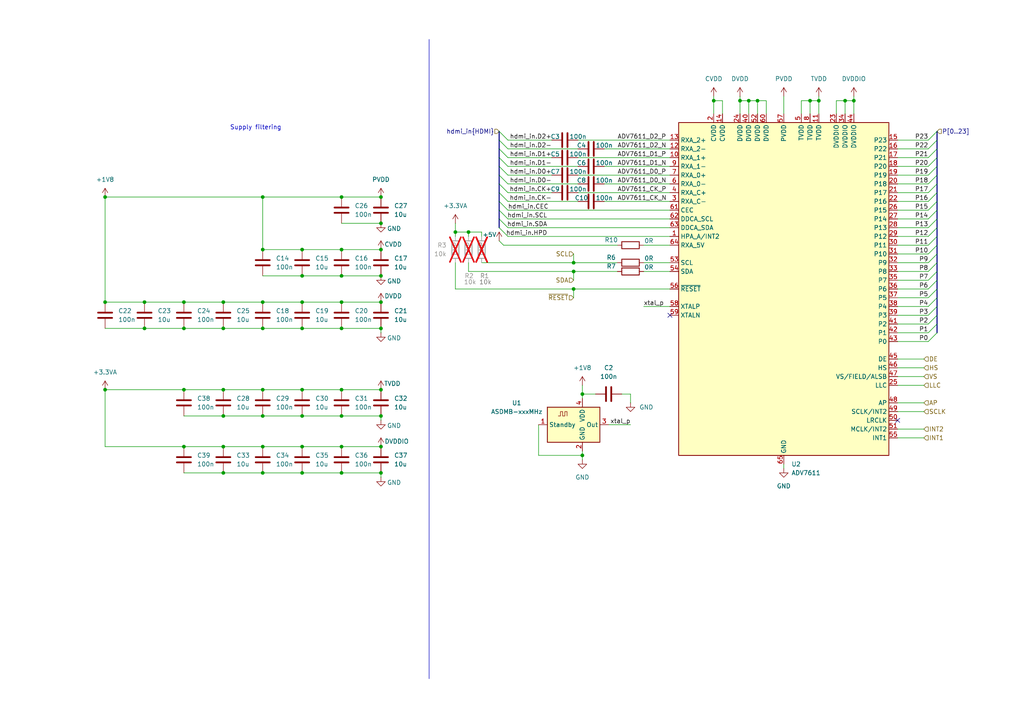
<source format=kicad_sch>
(kicad_sch (version 20231120) (generator "eeschema") (generator_version "8.0")
  (paper "A4")
  (lib_symbols
    (symbol "Device:C" (pin_numbers hide) (pin_names (offset 0.254))
      (property "Reference" "C" (at 0.635 2.54 0))
      (property "Value" "C" (at 0.635 -2.54 0))
      (symbol "C_0_1"
        (polyline (pts (xy -2.032 -0.762) (xy 2.032 -0.762)) (stroke (width 0.508)))
        (polyline (pts (xy -2.032 0.762) (xy 2.032 0.762)) (stroke (width 0.508)))
      )
      (symbol "C_1_1"
        (pin passive line (at 0 3.81 270) (length 2.794) (name "~") (number "1"))
        (pin passive line (at 0 -3.81 90) (length 2.794) (name "~") (number "2"))
      )
    )
    (symbol "Device:R" (pin_numbers hide) (pin_names (offset 0))
      (property "Reference" "R" (at 2.032 0 90))
      (property "Value" "R" (at 0 0 90))
      (symbol "R_0_1"
        (rectangle (start -1.016 -2.54) (end 1.016 2.54) (stroke (width 0.254)))
      )
      (symbol "R_1_1"
        (pin passive line (at 0 3.81 270) (length 1.27) (name "~") (number "1"))
        (pin passive line (at 0 -3.81 90) (length 1.27) (name "~") (number "2"))
      )
    )
    (symbol "Interface_HDMI:ADV7611"
      (property "Reference" "U" (at -30.48 49.53 0))
      (property "Value" "ADV7611" (at 30.48 49.53 0))
      (symbol "ADV7611_0_1"
        (rectangle (start -30.48 48.26) (end 30.48 -48.26) (stroke (width 0.254)) (fill (type background)))
      )
      (symbol "ADV7611_1_1"
        (pin bidirectional line (at -33.02 15.24 0) (length 2.54) (name "HPA_A/INT2") (number "1"))
        (pin input line (at -33.02 38.1 0) (length 2.54) (name "RXA_1+") (number "10"))
        (pin power_in line (at 10.16 50.8 270) (length 2.54) (name "TVDD") (number "11"))
        (pin input line (at -33.02 40.64 0) (length 2.54) (name "RXA_2-") (number "12"))
        (pin input line (at -33.02 43.18 0) (length 2.54) (name "RXA_2+") (number "13"))
        (pin power_in line (at -17.78 50.8 270) (length 2.54) (name "CVDD") (number "14"))
        (pin output line (at 33.02 43.18 180) (length 2.54) (name "P23") (number "15"))
        (pin output line (at 33.02 40.64 180) (length 2.54) (name "P22") (number "16"))
        (pin output line (at 33.02 38.1 180) (length 2.54) (name "P21") (number "17"))
        (pin output line (at 33.02 35.56 180) (length 2.54) (name "P20") (number "18"))
        (pin output line (at 33.02 33.02 180) (length 2.54) (name "P19") (number "19"))
        (pin power_in line (at -20.32 50.8 270) (length 2.54) (name "CVDD") (number "2"))
        (pin output line (at 33.02 30.48 180) (length 2.54) (name "P18") (number "20"))
        (pin output line (at 33.02 27.94 180) (length 2.54) (name "P17") (number "21"))
        (pin output line (at 33.02 25.4 180) (length 2.54) (name "P16") (number "22"))
        (pin power_in line (at 15.24 50.8 270) (length 2.54) (name "DVDDIO") (number "23"))
        (pin power_in line (at -12.7 50.8 270) (length 2.54) (name "DVDD") (number "24"))
        (pin output line (at 33.02 -27.94 180) (length 2.54) (name "LLC") (number "25"))
        (pin output line (at 33.02 22.86 180) (length 2.54) (name "P15") (number "26"))
        (pin output line (at 33.02 20.32 180) (length 2.54) (name "P14") (number "27"))
        (pin output line (at 33.02 17.78 180) (length 2.54) (name "P13") (number "28"))
        (pin output line (at 33.02 15.24 180) (length 2.54) (name "P12") (number "29"))
        (pin input line (at -33.02 25.4 0) (length 2.54) (name "RXA_C-") (number "3"))
        (pin output line (at 33.02 12.7 180) (length 2.54) (name "P11") (number "30"))
        (pin output line (at 33.02 10.16 180) (length 2.54) (name "P10") (number "31"))
        (pin output line (at 33.02 7.62 180) (length 2.54) (name "P9") (number "32"))
        (pin output line (at 33.02 5.08 180) (length 2.54) (name "P8") (number "33"))
        (pin power_in line (at 17.78 50.8 270) (length 2.54) (name "DVDDIO") (number "34"))
        (pin output line (at 33.02 2.54 180) (length 2.54) (name "P7") (number "35"))
        (pin output line (at 33.02 0 180) (length 2.54) (name "P6") (number "36"))
        (pin output line (at 33.02 -2.54 180) (length 2.54) (name "P5") (number "37"))
        (pin output line (at 33.02 -5.08 180) (length 2.54) (name "P4") (number "38"))
        (pin output line (at 33.02 -7.62 180) (length 2.54) (name "P3") (number "39"))
        (pin input line (at -33.02 27.94 0) (length 2.54) (name "RXA_C+") (number "4"))
        (pin power_in line (at -10.16 50.8 270) (length 2.54) (name "DVDD") (number "40"))
        (pin output line (at 33.02 -10.16 180) (length 2.54) (name "P2") (number "41"))
        (pin output line (at 33.02 -12.7 180) (length 2.54) (name "P1") (number "42"))
        (pin output line (at 33.02 -15.24 180) (length 2.54) (name "P0") (number "43"))
        (pin power_in line (at 20.32 50.8 270) (length 2.54) (name "DVDDIO") (number "44"))
        (pin output line (at 33.02 -20.32 180) (length 2.54) (name "DE") (number "45"))
        (pin output line (at 33.02 -22.86 180) (length 2.54) (name "HS") (number "46"))
        (pin bidirectional line (at 33.02 -25.4 180) (length 2.54) (name "VS/FIELD/ALSB") (number "47"))
        (pin output line (at 33.02 -33.02 180) (length 2.54) (name "AP") (number "48"))
        (pin output line (at 33.02 -35.56 180) (length 2.54) (name "SCLK/INT2") (number "49"))
        (pin power_in line (at 5.08 50.8 270) (length 2.54) (name "TVDD") (number "5"))
        (pin output line (at 33.02 -38.1 180) (length 2.54) (name "LRCLK") (number "50"))
        (pin output line (at 33.02 -40.64 180) (length 2.54) (name "MCLK/INT2") (number "51"))
        (pin power_in line (at -7.62 50.8 270) (length 2.54) (name "DVDD") (number "52"))
        (pin input line (at -33.02 7.62 0) (length 2.54) (name "SCL") (number "53"))
        (pin bidirectional line (at -33.02 5.08 0) (length 2.54) (name "SDA") (number "54"))
        (pin output line (at 33.02 -43.18 180) (length 2.54) (name "INT1") (number "55"))
        (pin input line (at -33.02 0 0) (length 2.54) (name "~{RESET}") (number "56"))
        (pin power_in line (at 0 50.8 270) (length 2.54) (name "PVDD") (number "57"))
        (pin input line (at -33.02 -5.08 0) (length 2.54) (name "XTALP") (number "58"))
        (pin input line (at -33.02 -7.62 0) (length 2.54) (name "XTALN") (number "59"))
        (pin input line (at -33.02 30.48 0) (length 2.54) (name "RXA_0-") (number "6"))
        (pin power_in line (at -5.08 50.8 270) (length 2.54) (name "DVDD") (number "60"))
        (pin bidirectional line (at -33.02 22.86 0) (length 2.54) (name "CEC") (number "61"))
        (pin input line (at -33.02 20.32 0) (length 2.54) (name "DDCA_SCL") (number "62"))
        (pin bidirectional line (at -33.02 17.78 0) (length 2.54) (name "DDCA_SDA") (number "63"))
        (pin input line (at -33.02 12.7 0) (length 2.54) (name "RXA_5V") (number "64"))
        (pin power_in line (at 0 -50.8 90) (length 2.54) (name "GND") (number "65"))
        (pin input line (at -33.02 33.02 0) (length 2.54) (name "RXA_0+") (number "7"))
        (pin power_in line (at 7.62 50.8 270) (length 2.54) (name "TVDD") (number "8"))
        (pin input line (at -33.02 35.56 0) (length 2.54) (name "RXA_1-") (number "9"))
      )
    )
    (symbol "Oscillator:ASDMB-xxxMHz"
      (property "Reference" "U" (at -6.35 6.35 0))
      (property "Value" "ASDMB-xxxMHz" (at 11.43 6.35 0))
      (symbol "ASDMB-xxxMHz_1_1"
        (rectangle (start -7.62 5.08) (end 7.62 -5.08) (stroke (width 0.254)) (fill (type background)))
        (polyline (pts (xy -4.445 2.54) (xy -3.81 2.54) (xy -3.81 3.81) (xy -3.175 3.81) (xy -3.175 2.54) (xy -2.54 2.54) (xy -2.54 3.81) (xy -1.905 3.81) (xy -1.905 2.54)))
        (pin input line (at -10.16 0 0) (length 2.54) (name "Standby") (number "1"))
        (pin power_in line (at 2.54 -7.62 90) (length 2.54) (name "GND") (number "2"))
        (pin output line (at 10.16 0 180) (length 2.54) (name "Out") (number "3"))
        (pin power_in line (at 2.54 7.62 270) (length 2.54) (name "VDD") (number "4"))
      )
    )
    (symbol "power:+1V8" (power) (pin_numbers hide) (pin_names (offset 0) hide)
      (property "Value" "+1V8" (at 0 3.556 0))
      (symbol "+1V8_0_1"
        (polyline (pts (xy -0.762 1.27) (xy 0 2.54)))
        (polyline (pts (xy 0 0) (xy 0 2.54)))
        (polyline (pts (xy 0 2.54) (xy 0.762 1.27)))
      )
      (symbol "+1V8_1_1"
        (pin power_in line (at 0 0 90) (length 0) (name "~") (number "1"))
      )
    )
    (symbol "power:+3.3VA" (power) (pin_numbers hide) (pin_names (offset 0) hide)
      (property "Value" "+3.3VA" (at 0 3.556 0))
      (symbol "+3.3VA_0_1"
        (polyline (pts (xy -0.762 1.27) (xy 0 2.54)))
        (polyline (pts (xy 0 0) (xy 0 2.54)))
        (polyline (pts (xy 0 2.54) (xy 0.762 1.27)))
      )
      (symbol "+3.3VA_1_1"
        (pin power_in line (at 0 0 90) (length 0) (name "~") (number "1"))
      )
    )
    (symbol "power:+5V" (power) (pin_numbers hide) (pin_names (offset 0) hide)
      (property "Value" "+5V" (at 0 3.556 0))
      (symbol "+5V_0_1"
        (polyline (pts (xy -0.762 1.27) (xy 0 2.54)))
        (polyline (pts (xy 0 0) (xy 0 2.54)))
        (polyline (pts (xy 0 2.54) (xy 0.762 1.27)))
      )
      (symbol "+5V_1_1"
        (pin power_in line (at 0 0 90) (length 0) (name "~") (number "1"))
      )
    )
    (symbol "power:GND" (power) (pin_numbers hide) (pin_names (offset 0) hide)
      (property "Value" "GND" (at 0 -3.81 0))
      (symbol "GND_0_1"
        (polyline (pts (xy 0 0) (xy 0 -1.27) (xy 1.27 -1.27) (xy 0 -2.54) (xy -1.27 -1.27) (xy 0 -1.27)))
      )
      (symbol "GND_1_1"
        (pin power_in line (at 0 0 270) (length 0) (name "~") (number "1"))
      )
    )
  )
  (junction (at 87.63 137.16))
  (junction (at 110.49 57.15))
  (junction (at 41.91 87.63))
  (junction (at 76.2 120.65))
  (junction (at 110.49 113.03))
  (junction (at 87.63 113.03))
  (junction (at 87.63 95.25))
  (junction (at 41.91 95.25))
  (junction (at 166.37 76.2))
  (junction (at 245.11 29.21))
  (junction (at 132.08 67.31))
  (junction (at 110.49 64.77))
  (junction (at 207.01 29.21))
  (junction (at 30.48 57.15))
  (junction (at 168.91 114.3))
  (junction (at 166.37 83.82))
  (junction (at 64.77 95.25))
  (junction (at 166.37 78.74))
  (junction (at 110.49 137.16))
  (junction (at 99.06 113.03))
  (junction (at 30.48 113.03))
  (junction (at 168.91 132.08))
  (junction (at 99.06 72.39))
  (junction (at 99.06 80.01))
  (junction (at 99.06 95.25))
  (junction (at 64.77 129.54))
  (junction (at 30.48 87.63))
  (junction (at 76.2 87.63))
  (junction (at 87.63 120.65))
  (junction (at 110.49 129.54))
  (junction (at 214.63 29.21))
  (junction (at 234.95 29.21))
  (junction (at 76.2 129.54))
  (junction (at 64.77 120.65))
  (junction (at 53.34 113.03))
  (junction (at 76.2 95.25))
  (junction (at 64.77 137.16))
  (junction (at 53.34 95.25))
  (junction (at 237.49 29.21))
  (junction (at 87.63 80.01))
  (junction (at 99.06 120.65))
  (junction (at 76.2 113.03))
  (junction (at 53.34 129.54))
  (junction (at 99.06 57.15))
  (junction (at 217.17 29.21))
  (junction (at 64.77 113.03))
  (junction (at 87.63 129.54))
  (junction (at 76.2 72.39))
  (junction (at 247.65 29.21))
  (junction (at 110.49 87.63))
  (junction (at 110.49 72.39))
  (junction (at 110.49 95.25))
  (junction (at 99.06 87.63))
  (junction (at 110.49 80.01))
  (junction (at 76.2 137.16))
  (junction (at 99.06 129.54))
  (junction (at 135.89 67.31))
  (junction (at 64.77 87.63))
  (junction (at 53.34 87.63))
  (junction (at 76.2 57.15))
  (junction (at 219.71 29.21))
  (junction (at 87.63 72.39))
  (junction (at 87.63 87.63))
  (junction (at 99.06 137.16))
  (junction (at 110.49 120.65))
  (no_connect (at 194.31 91.44))
  (no_connect (at 260.35 121.92))
  (bus_entry (at 269.24 45.72) (size 2.54 -2.54))
  (bus_entry (at 144.78 50.8) (size 2.54 2.54))
  (bus_entry (at 269.24 93.98) (size 2.54 -2.54))
  (bus_entry (at 269.24 78.74) (size 2.54 -2.54))
  (bus_entry (at 269.24 68.58) (size 2.54 -2.54))
  (bus_entry (at 144.78 55.88) (size 2.54 2.54))
  (bus_entry (at 269.24 96.52) (size 2.54 -2.54))
  (bus_entry (at 269.24 53.34) (size 2.54 -2.54))
  (bus_entry (at 144.78 38.1) (size 2.54 2.54))
  (bus_entry (at 269.24 60.96) (size 2.54 -2.54))
  (bus_entry (at 269.24 48.26) (size 2.54 -2.54))
  (bus_entry (at 269.24 73.66) (size 2.54 -2.54))
  (bus_entry (at 144.78 45.72) (size 2.54 2.54))
  (bus_entry (at 269.24 43.18) (size 2.54 -2.54))
  (bus_entry (at 144.78 60.96) (size 2.54 2.54))
  (bus_entry (at 269.24 76.2) (size 2.54 -2.54))
  (bus_entry (at 144.78 43.18) (size 2.54 2.54))
  (bus_entry (at 144.78 66.04) (size 2.54 2.54))
  (bus_entry (at 269.24 50.8) (size 2.54 -2.54))
  (bus_entry (at 144.78 48.26) (size 2.54 2.54))
  (bus_entry (at 269.24 91.44) (size 2.54 -2.54))
  (bus_entry (at 269.24 83.82) (size 2.54 -2.54))
  (bus_entry (at 269.24 99.06) (size 2.54 -2.54))
  (bus_entry (at 269.24 66.04) (size 2.54 -2.54))
  (bus_entry (at 144.78 53.34) (size 2.54 2.54))
  (bus_entry (at 144.78 63.5) (size 2.54 2.54))
  (bus_entry (at 269.24 86.36) (size 2.54 -2.54))
  (bus_entry (at 269.24 55.88) (size 2.54 -2.54))
  (bus_entry (at 144.78 58.42) (size 2.54 2.54))
  (bus_entry (at 269.24 81.28) (size 2.54 -2.54))
  (bus_entry (at 269.24 58.42) (size 2.54 -2.54))
  (bus_entry (at 144.78 40.64) (size 2.54 2.54))
  (bus_entry (at 269.24 40.64) (size 2.54 -2.54))
  (bus_entry (at 269.24 63.5) (size 2.54 -2.54))
  (bus_entry (at 269.24 71.12) (size 2.54 -2.54))
  (bus_entry (at 269.24 88.9) (size 2.54 -2.54))
  (wire (pts (xy 168.91 130.81) (xy 168.91 132.08)))
  (wire (pts (xy 166.37 78.74) (xy 179.07 78.74)))
  (wire (pts (xy 156.21 132.08) (xy 168.91 132.08)))
  (wire (pts (xy 147.32 45.72) (xy 160.02 45.72)))
  (bus (pts (xy 271.78 50.8) (xy 271.78 53.34)))
  (wire (pts (xy 87.63 80.01) (xy 99.06 80.01)))
  (bus (pts (xy 144.78 45.72) (xy 144.78 48.26)))
  (wire (pts (xy 209.55 29.21) (xy 207.01 29.21)))
  (wire (pts (xy 207.01 27.94) (xy 207.01 29.21)))
  (bus (pts (xy 144.78 50.8) (xy 144.78 53.34)))
  (wire (pts (xy 260.35 45.72) (xy 269.24 45.72)))
  (wire (pts (xy 99.06 57.15) (xy 110.49 57.15)))
  (wire (pts (xy 227.33 134.62) (xy 227.33 135.89)))
  (wire (pts (xy 222.25 33.02) (xy 222.25 29.21)))
  (wire (pts (xy 147.32 58.42) (xy 167.64 58.42)))
  (wire (pts (xy 260.35 50.8) (xy 269.24 50.8)))
  (wire (pts (xy 260.35 58.42) (xy 269.24 58.42)))
  (bus (pts (xy 271.78 40.64) (xy 271.78 43.18)))
  (wire (pts (xy 234.95 29.21) (xy 237.49 29.21)))
  (bus (pts (xy 271.78 73.66) (xy 271.78 76.2)))
  (wire (pts (xy 214.63 29.21) (xy 214.63 33.02)))
  (wire (pts (xy 53.34 129.54) (xy 30.48 129.54)))
  (wire (pts (xy 186.69 76.2) (xy 194.31 76.2)))
  (bus (pts (xy 271.78 86.36) (xy 271.78 88.9)))
  (wire (pts (xy 99.06 87.63) (xy 87.63 87.63)))
  (wire (pts (xy 139.7 76.2) (xy 166.37 76.2)))
  (wire (pts (xy 186.69 71.12) (xy 194.31 71.12)))
  (wire (pts (xy 175.26 53.34) (xy 194.31 53.34)))
  (bus (pts (xy 144.78 40.64) (xy 144.78 43.18)))
  (wire (pts (xy 166.37 83.82) (xy 166.37 86.36)))
  (wire (pts (xy 53.34 95.25) (xy 64.77 95.25)))
  (wire (pts (xy 172.72 114.3) (xy 168.91 114.3)))
  (wire (pts (xy 135.89 76.2) (xy 135.89 78.74)))
  (wire (pts (xy 147.32 66.04) (xy 194.31 66.04)))
  (wire (pts (xy 260.35 78.74) (xy 269.24 78.74)))
  (wire (pts (xy 30.48 95.25) (xy 41.91 95.25)))
  (wire (pts (xy 219.71 29.21) (xy 217.17 29.21)))
  (bus (pts (xy 271.78 66.04) (xy 271.78 68.58)))
  (wire (pts (xy 110.49 129.54) (xy 99.06 129.54)))
  (bus (pts (xy 144.78 60.96) (xy 144.78 63.5)))
  (wire (pts (xy 76.2 80.01) (xy 87.63 80.01)))
  (wire (pts (xy 260.35 124.46) (xy 267.97 124.46)))
  (wire (pts (xy 260.35 119.38) (xy 267.97 119.38)))
  (bus (pts (xy 271.78 58.42) (xy 271.78 60.96)))
  (wire (pts (xy 260.35 96.52) (xy 269.24 96.52)))
  (bus (pts (xy 271.78 81.28) (xy 271.78 83.82)))
  (bus (pts (xy 271.78 68.58) (xy 271.78 71.12)))
  (bus (pts (xy 144.78 58.42) (xy 144.78 60.96)))
  (wire (pts (xy 168.91 114.3) (xy 168.91 115.57)))
  (wire (pts (xy 147.32 63.5) (xy 194.31 63.5)))
  (bus (pts (xy 271.78 76.2) (xy 271.78 78.74)))
  (wire (pts (xy 135.89 67.31) (xy 139.7 67.31)))
  (wire (pts (xy 182.88 114.3) (xy 182.88 116.84)))
  (wire (pts (xy 132.08 76.2) (xy 132.08 83.82)))
  (wire (pts (xy 147.32 53.34) (xy 167.64 53.34)))
  (wire (pts (xy 260.35 99.06) (xy 269.24 99.06)))
  (bus (pts (xy 271.78 55.88) (xy 271.78 58.42)))
  (wire (pts (xy 76.2 57.15) (xy 76.2 72.39)))
  (wire (pts (xy 180.34 114.3) (xy 182.88 114.3)))
  (wire (pts (xy 99.06 113.03) (xy 87.63 113.03)))
  (wire (pts (xy 76.2 137.16) (xy 87.63 137.16)))
  (bus (pts (xy 144.78 38.1) (xy 144.78 40.64)))
  (bus (pts (xy 271.78 71.12) (xy 271.78 73.66)))
  (wire (pts (xy 146.05 71.12) (xy 179.07 71.12)))
  (wire (pts (xy 260.35 127) (xy 267.97 127)))
  (wire (pts (xy 147.32 50.8) (xy 160.02 50.8)))
  (wire (pts (xy 76.2 72.39) (xy 87.63 72.39)))
  (wire (pts (xy 242.57 33.02) (xy 242.57 29.21)))
  (wire (pts (xy 219.71 29.21) (xy 219.71 33.02)))
  (wire (pts (xy 260.35 68.58) (xy 269.24 68.58)))
  (wire (pts (xy 53.34 137.16) (xy 64.77 137.16)))
  (wire (pts (xy 260.35 63.5) (xy 269.24 63.5)))
  (wire (pts (xy 147.32 55.88) (xy 160.02 55.88)))
  (wire (pts (xy 64.77 120.65) (xy 76.2 120.65)))
  (wire (pts (xy 260.35 93.98) (xy 269.24 93.98)))
  (wire (pts (xy 260.35 88.9) (xy 269.24 88.9)))
  (wire (pts (xy 87.63 113.03) (xy 76.2 113.03)))
  (wire (pts (xy 87.63 120.65) (xy 99.06 120.65)))
  (wire (pts (xy 139.7 67.31) (xy 139.7 68.58)))
  (wire (pts (xy 99.06 80.01) (xy 110.49 80.01)))
  (wire (pts (xy 110.49 120.65) (xy 110.49 121.92)))
  (wire (pts (xy 260.35 83.82) (xy 269.24 83.82)))
  (wire (pts (xy 217.17 29.21) (xy 214.63 29.21)))
  (wire (pts (xy 87.63 87.63) (xy 76.2 87.63)))
  (wire (pts (xy 260.35 73.66) (xy 269.24 73.66)))
  (wire (pts (xy 260.35 86.36) (xy 269.24 86.36)))
  (bus (pts (xy 144.78 48.26) (xy 144.78 50.8)))
  (wire (pts (xy 214.63 27.94) (xy 214.63 29.21)))
  (wire (pts (xy 110.49 137.16) (xy 110.49 138.43)))
  (wire (pts (xy 222.25 29.21) (xy 219.71 29.21)))
  (wire (pts (xy 232.41 29.21) (xy 234.95 29.21)))
  (wire (pts (xy 175.26 43.18) (xy 194.31 43.18)))
  (wire (pts (xy 260.35 40.64) (xy 269.24 40.64)))
  (wire (pts (xy 146.05 71.12) (xy 144.78 69.85)))
  (wire (pts (xy 166.37 83.82) (xy 194.31 83.82)))
  (wire (pts (xy 30.48 57.15) (xy 76.2 57.15)))
  (wire (pts (xy 245.11 29.21) (xy 245.11 33.02)))
  (wire (pts (xy 234.95 29.21) (xy 234.95 33.02)))
  (wire (pts (xy 132.08 67.31) (xy 135.89 67.31)))
  (wire (pts (xy 242.57 29.21) (xy 245.11 29.21)))
  (wire (pts (xy 30.48 113.03) (xy 30.48 129.54)))
  (wire (pts (xy 166.37 73.66) (xy 166.37 76.2)))
  (wire (pts (xy 135.89 78.74) (xy 166.37 78.74)))
  (wire (pts (xy 99.06 64.77) (xy 110.49 64.77)))
  (bus (pts (xy 271.78 60.96) (xy 271.78 63.5)))
  (wire (pts (xy 186.69 78.74) (xy 194.31 78.74)))
  (polyline (pts (xy 124.46 11.43) (xy 124.46 196.85)))
  (wire (pts (xy 260.35 43.18) (xy 269.24 43.18)))
  (wire (pts (xy 260.35 106.68) (xy 267.97 106.68)))
  (wire (pts (xy 41.91 95.25) (xy 53.34 95.25)))
  (wire (pts (xy 53.34 87.63) (xy 41.91 87.63)))
  (wire (pts (xy 87.63 95.25) (xy 99.06 95.25)))
  (wire (pts (xy 87.63 137.16) (xy 99.06 137.16)))
  (wire (pts (xy 260.35 81.28) (xy 269.24 81.28)))
  (wire (pts (xy 166.37 78.74) (xy 166.37 81.28)))
  (wire (pts (xy 147.32 43.18) (xy 167.64 43.18)))
  (wire (pts (xy 260.35 109.22) (xy 267.97 109.22)))
  (wire (pts (xy 147.32 40.64) (xy 160.02 40.64)))
  (wire (pts (xy 147.32 68.58) (xy 194.31 68.58)))
  (wire (pts (xy 99.06 129.54) (xy 87.63 129.54)))
  (wire (pts (xy 209.55 33.02) (xy 209.55 29.21)))
  (bus (pts (xy 144.78 55.88) (xy 144.78 58.42)))
  (wire (pts (xy 260.35 91.44) (xy 269.24 91.44)))
  (wire (pts (xy 168.91 111.76) (xy 168.91 114.3)))
  (wire (pts (xy 64.77 137.16) (xy 76.2 137.16)))
  (wire (pts (xy 207.01 29.21) (xy 207.01 33.02)))
  (bus (pts (xy 271.78 63.5) (xy 271.78 66.04)))
  (bus (pts (xy 271.78 91.44) (xy 271.78 93.98)))
  (wire (pts (xy 30.48 57.15) (xy 30.48 87.63)))
  (wire (pts (xy 132.08 64.77) (xy 132.08 67.31)))
  (wire (pts (xy 260.35 71.12) (xy 269.24 71.12)))
  (wire (pts (xy 64.77 87.63) (xy 76.2 87.63)))
  (wire (pts (xy 260.35 76.2) (xy 269.24 76.2)))
  (wire (pts (xy 110.49 95.25) (xy 110.49 96.52)))
  (wire (pts (xy 175.26 58.42) (xy 194.31 58.42)))
  (bus (pts (xy 271.78 48.26) (xy 271.78 50.8)))
  (wire (pts (xy 99.06 95.25) (xy 110.49 95.25)))
  (wire (pts (xy 87.63 129.54) (xy 76.2 129.54)))
  (wire (pts (xy 99.06 137.16) (xy 110.49 137.16)))
  (wire (pts (xy 237.49 27.94) (xy 237.49 29.21)))
  (wire (pts (xy 175.26 48.26) (xy 194.31 48.26)))
  (wire (pts (xy 247.65 29.21) (xy 247.65 33.02)))
  (wire (pts (xy 232.41 29.21) (xy 232.41 33.02)))
  (wire (pts (xy 64.77 113.03) (xy 53.34 113.03)))
  (wire (pts (xy 260.35 111.76) (xy 267.97 111.76)))
  (wire (pts (xy 260.35 66.04) (xy 269.24 66.04)))
  (bus (pts (xy 271.78 83.82) (xy 271.78 86.36)))
  (wire (pts (xy 53.34 120.65) (xy 64.77 120.65)))
  (wire (pts (xy 110.49 87.63) (xy 99.06 87.63)))
  (wire (pts (xy 260.35 116.84) (xy 267.97 116.84)))
  (wire (pts (xy 64.77 129.54) (xy 76.2 129.54)))
  (wire (pts (xy 147.32 60.96) (xy 194.31 60.96)))
  (bus (pts (xy 271.78 53.34) (xy 271.78 55.88)))
  (wire (pts (xy 64.77 87.63) (xy 53.34 87.63)))
  (wire (pts (xy 217.17 29.21) (xy 217.17 33.02)))
  (wire (pts (xy 176.53 123.19) (xy 182.88 123.19)))
  (wire (pts (xy 147.32 48.26) (xy 167.64 48.26)))
  (bus (pts (xy 271.78 88.9) (xy 271.78 91.44)))
  (wire (pts (xy 166.37 76.2) (xy 179.07 76.2)))
  (wire (pts (xy 260.35 55.88) (xy 269.24 55.88)))
  (wire (pts (xy 156.21 123.19) (xy 156.21 132.08)))
  (bus (pts (xy 271.78 45.72) (xy 271.78 48.26)))
  (bus (pts (xy 144.78 63.5) (xy 144.78 66.04)))
  (wire (pts (xy 87.63 72.39) (xy 99.06 72.39)))
  (wire (pts (xy 237.49 33.02) (xy 237.49 29.21)))
  (wire (pts (xy 168.91 132.08) (xy 168.91 133.35)))
  (bus (pts (xy 271.78 78.74) (xy 271.78 81.28)))
  (wire (pts (xy 167.64 40.64) (xy 194.31 40.64)))
  (wire (pts (xy 260.35 48.26) (xy 269.24 48.26)))
  (wire (pts (xy 260.35 104.14) (xy 267.97 104.14)))
  (wire (pts (xy 64.77 95.25) (xy 76.2 95.25)))
  (bus (pts (xy 271.78 38.1) (xy 271.78 40.64)))
  (wire (pts (xy 167.64 55.88) (xy 194.31 55.88)))
  (wire (pts (xy 227.33 27.94) (xy 227.33 33.02)))
  (wire (pts (xy 76.2 57.15) (xy 99.06 57.15)))
  (wire (pts (xy 99.06 72.39) (xy 110.49 72.39)))
  (wire (pts (xy 110.49 113.03) (xy 99.06 113.03)))
  (bus (pts (xy 271.78 93.98) (xy 271.78 96.52)))
  (wire (pts (xy 167.64 45.72) (xy 194.31 45.72)))
  (wire (pts (xy 99.06 120.65) (xy 110.49 120.65)))
  (wire (pts (xy 132.08 83.82) (xy 166.37 83.82)))
  (wire (pts (xy 41.91 87.63) (xy 30.48 87.63)))
  (wire (pts (xy 260.35 60.96) (xy 269.24 60.96)))
  (wire (pts (xy 30.48 113.03) (xy 53.34 113.03)))
  (wire (pts (xy 167.64 50.8) (xy 194.31 50.8)))
  (wire (pts (xy 186.69 88.9) (xy 194.31 88.9)))
  (wire (pts (xy 64.77 113.03) (xy 76.2 113.03)))
  (bus (pts (xy 271.78 43.18) (xy 271.78 45.72)))
  (wire (pts (xy 76.2 120.65) (xy 87.63 120.65)))
  (bus (pts (xy 144.78 43.18) (xy 144.78 45.72)))
  (bus (pts (xy 144.78 53.34) (xy 144.78 55.88)))
  (wire (pts (xy 64.77 129.54) (xy 53.34 129.54)))
  (wire (pts (xy 247.65 27.94) (xy 247.65 29.21)))
  (wire (pts (xy 135.89 67.31) (xy 135.89 68.58)))
  (wire (pts (xy 132.08 67.31) (xy 132.08 68.58)))
  (wire (pts (xy 260.35 53.34) (xy 269.24 53.34)))
  (wire (pts (xy 76.2 95.25) (xy 87.63 95.25)))
  (wire (pts (xy 245.11 29.21) (xy 247.65 29.21)))
  (text "Supply filtering" (at 74.168 37.084 0) (effects (font (size 1.27 1.27))))
  (label "P17" (at 269.24 55.88 180))
  (label "ADV7611_CK_N" (at 179.07 58.42 0))
  (label "hdmi_in.CEC" (at 147.32 60.96 0))
  (label "P19" (at 269.24 50.8 180))
  (label "ADV7611_D2_N" (at 179.07 43.18 0))
  (label "P20" (at 269.24 48.26 180))
  (label "P22" (at 269.24 43.18 180))
  (label "P12" (at 269.24 68.58 180))
  (label "ADV7611_D0_P" (at 179.07 50.8 0))
  (label "hdmi_in.D0-" (at 160.02 53.34 180))
  (label "P10" (at 269.24 73.66 180))
  (label "hdmi_in.D1-" (at 160.02 48.26 180))
  (label "xtal_p" (at 182.88 123.19 180))
  (label "P23" (at 269.24 40.64 180))
  (label "P0" (at 269.24 99.06 180))
  (label "P16" (at 269.24 58.42 180))
  (label "P5" (at 269.24 86.36 180))
  (label "hdmi_in.D2-" (at 160.02 43.18 180))
  (label "hdmi_in.SDA" (at 158.75 66.04 180))
  (label "P21" (at 269.24 45.72 180))
  (label "P4" (at 269.24 88.9 180))
  (label "ADV7611_D1_P" (at 179.07 45.72 0))
  (label "hdmi_in.CK+" (at 160.02 55.88 180))
  (label "P14" (at 269.24 63.5 180))
  (label "P15" (at 269.24 60.96 180))
  (label "P13" (at 269.24 66.04 180))
  (label "P9" (at 269.24 76.2 180))
  (label "ADV7611_CK_P" (at 179.07 55.88 0))
  (label "P18" (at 269.24 53.34 180))
  (label "hdmi_in.D0+" (at 160.02 50.8 180))
  (label "hdmi_in.D1+" (at 160.02 45.72 180))
  (label "P1" (at 269.24 96.52 180))
  (label "P7" (at 269.24 81.28 180))
  (label "ADV7611_D0_N" (at 179.07 53.34 0))
  (label "hdmi_in.D2+" (at 160.02 40.64 180))
  (label "hdmi_in.CK-" (at 160.02 58.42 180))
  (label "hdmi_in.SCL" (at 158.75 63.5 180))
  (label "xtal_p" (at 186.69 88.9 0))
  (label "ADV7611_D2_P" (at 179.07 40.64 0))
  (label "ADV7611_D1_N" (at 179.07 48.26 0))
  (label "P8" (at 269.24 78.74 180))
  (label "P6" (at 269.24 83.82 180))
  (label "P3" (at 269.24 91.44 180))
  (label "P2" (at 269.24 93.98 180))
  (label "P11" (at 269.24 71.12 180))
  (label "hdmi_in.HPD" (at 158.75 68.58 180))
  (hierarchical_label "hdmi_in{HDMI}" (shape input) (at 144.78 38.1 180))
  (hierarchical_label "SCL" (shape input) (at 166.37 73.66 180))
  (hierarchical_label "SCLK" (shape input) (at 267.97 119.38 0))
  (hierarchical_label "~{RESET}" (shape input) (at 166.37 86.36 180))
  (hierarchical_label "HS" (shape input) (at 267.97 106.68 0))
  (hierarchical_label "INT1" (shape input) (at 267.97 127 0))
  (hierarchical_label "LLC" (shape input) (at 267.97 111.76 0))
  (hierarchical_label "SDA" (shape input) (at 166.37 81.28 180))
  (hierarchical_label "DE" (shape input) (at 267.97 104.14 0))
  (hierarchical_label "AP" (shape input) (at 267.97 116.84 0))
  (hierarchical_label "P[0..23]" (shape input) (at 271.78 38.1 0))
  (hierarchical_label "INT2" (shape input) (at 267.97 124.46 0))
  (hierarchical_label "VS" (shape input) (at 267.97 109.22 0))
  (symbol (lib_id "Oscillator:ASDMB-xxxMHz") (at 166.37 123.19 0) (unit 1)
    (property "Reference" "U1" (at 149.86 116.8714 0))
    (property "Value" "ASDMB-xxxMHz" (at 149.86 119.4114 0))
    (property "Footprint" "Oscillator:Oscillator_SMD_Abracon_ASDMB-4Pin_2.5x2.0mm" (effects (hide yes)))
    (property "Datasheet" "https://abracon.com/Oscillators/ASDMB.pdf" (effects (hide yes)))
    (property "Description" "1.8-3.3V SMD Ultra Miniature Crystal Clock Oscillator, Abracon" (effects (hide yes)))
    (property "MPN" "ASDMB-28.6363MHz-XY" (effects (hide yes)))
    (property "Output Load" "15pF" (effects (hide yes)))
  )
  (symbol (lib_id "power:+3.3VA") (at 110.49 129.54 0) (unit 1)
    (property "Reference" "#PWR047" (effects (hide yes)))
    (property "Value" "DVDDIO" (at 115.062 128.016 0))
    (property "Description" "Power symbol creates a global label with name \"+3.3VA\"" (effects (hide yes)))
  )
  (symbol (lib_id "Device:C") (at 110.49 91.44 0) (unit 1)
    (property "Reference" "C21" (at 114.3 90.1699 0) (effects (justify left)))
    (property "Value" "10u" (at 114.3 92.7099 0) (effects (justify left)))
    (property "Footprint" "Capacitor_SMD:C_0402_1005Metric" (effects (hide yes)))
    (property "Description" "Unpolarized capacitor" (effects (hide yes)))
  )
  (symbol (lib_id "power:GND") (at 110.49 121.92 0) (unit 1)
    (property "Reference" "#PWR028" (effects (hide yes)))
    (property "Value" "GND" (at 114.3 123.444 0))
    (property "Description" "Power symbol creates a global label with name \"GND\" , ground" (effects (hide yes)))
  )
  (symbol (lib_id "power:GND") (at 182.88 116.84 0) (unit 1)
    (property "Reference" "#PWR04" (effects (hide yes)))
    (property "Value" "GND" (at 185.42 118.1099 0) (effects (justify left)))
    (property "Description" "Power symbol creates a global label with name \"GND\" , ground" (effects (hide yes)))
  )
  (symbol (lib_id "power:+3.3VA") (at 247.65 27.94 0) (unit 1)
    (property "Reference" "#PWR052" (effects (hide yes)))
    (property "Value" "DVDDIO" (at 247.65 22.86 0))
    (property "Description" "Power symbol creates a global label with name \"+3.3VA\"" (effects (hide yes)))
  )
  (symbol (lib_id "Device:R") (at 139.7 72.39 0) (unit 1) (in_bom no) (dnp yes)
    (property "Reference" "R1" (at 139.192 80.01 0) (effects (justify left)))
    (property "Value" "10k" (at 138.938 81.788 0) (effects (justify left)))
    (property "Footprint" "Resistor_SMD:R_0402_1005Metric" (effects (hide yes)))
    (property "Datasheet" "www.example.com" (effects (hide yes)))
    (property "Description" "Resistor" (effects (hide yes)))
    (property "DNP" "DNP" (at 139.7 72.136 90))
  )
  (symbol (lib_id "Device:C") (at 99.06 60.96 0) (unit 1)
    (property "Reference" "C26" (at 102.87 59.6899 0) (effects (justify left)))
    (property "Value" "100n" (at 102.87 62.2299 0) (effects (justify left)))
    (property "Footprint" "Capacitor_SMD:C_0402_1005Metric" (effects (hide yes)))
    (property "Description" "Unpolarized capacitor" (effects (hide yes)))
  )
  (symbol (lib_id "power:+3.3VA") (at 132.08 64.77 0) (unit 1)
    (property "Reference" "#PWR08" (effects (hide yes)))
    (property "Value" "+3.3VA" (at 132.08 59.69 0))
    (property "Description" "Power symbol creates a global label with name \"+3.3VA\"" (effects (hide yes)))
  )
  (symbol (lib_id "power:+1V8") (at 168.91 111.76 0) (unit 1)
    (property "Reference" "#PWR05" (effects (hide yes)))
    (property "Value" "+1V8" (at 168.91 106.68 0))
    (property "Description" "Power symbol creates a global label with name \"+1V8\"" (effects (hide yes)))
  )
  (symbol (lib_id "power:+3.3VA") (at 237.49 27.94 0) (unit 1)
    (property "Reference" "#PWR051" (effects (hide yes)))
    (property "Value" "TVDD" (at 237.49 22.86 0))
    (property "Description" "Power symbol creates a global label with name \"+3.3VA\"" (effects (hide yes)))
  )
  (symbol (lib_id "Device:C") (at 163.83 40.64 90) (unit 1)
    (property "Reference" "C3" (at 161.036 39.624 90))
    (property "Value" "100n" (at 167.64 39.624 90))
    (property "Footprint" "Capacitor_SMD:C_0402_1005Metric" (effects (hide yes)))
    (property "Description" "Unpolarized capacitor" (effects (hide yes)))
  )
  (symbol (lib_id "Device:C") (at 53.34 133.35 0) (unit 1)
    (property "Reference" "C39" (at 57.15 132.0799 0) (effects (justify left)))
    (property "Value" "100n" (at 57.15 134.6199 0) (effects (justify left)))
    (property "Footprint" "Capacitor_SMD:C_0402_1005Metric" (effects (hide yes)))
    (property "Description" "Unpolarized capacitor" (effects (hide yes)))
  )
  (symbol (lib_id "Device:C") (at 64.77 116.84 0) (unit 1)
    (property "Reference" "C28" (at 68.58 115.5699 0) (effects (justify left)))
    (property "Value" "10u" (at 68.58 118.1099 0) (effects (justify left)))
    (property "Footprint" "Capacitor_SMD:C_0402_1005Metric" (effects (hide yes)))
    (property "Description" "Unpolarized capacitor" (effects (hide yes)))
  )
  (symbol (lib_id "power:GND") (at 110.49 80.01 0) (unit 1)
    (property "Reference" "#PWR026" (effects (hide yes)))
    (property "Value" "GND" (at 114.3 81.534 0))
    (property "Description" "Power symbol creates a global label with name \"GND\" , ground" (effects (hide yes)))
  )
  (symbol (lib_id "Device:R") (at 182.88 78.74 90) (unit 1)
    (property "Reference" "R7" (at 177.292 77.216 90))
    (property "Value" "0R" (at 188.214 77.47 90))
    (property "Footprint" "Resistor_SMD:R_0402_1005Metric" (effects (hide yes)))
    (property "Description" "Resistor" (effects (hide yes)))
  )
  (symbol (lib_id "power:+1V8") (at 227.33 27.94 0) (unit 1)
    (property "Reference" "#PWR050" (effects (hide yes)))
    (property "Value" "PVDD" (at 227.33 22.86 0))
    (property "Description" "Power symbol creates a global label with name \"+1V8\"" (effects (hide yes)))
  )
  (symbol (lib_id "Device:R") (at 182.88 76.2 90) (unit 1)
    (property "Reference" "R6" (at 177.292 74.676 90))
    (property "Value" "0R" (at 188.214 74.93 90))
    (property "Footprint" "Resistor_SMD:R_0402_1005Metric" (effects (hide yes)))
    (property "Description" "Resistor" (effects (hide yes)))
  )
  (symbol (lib_id "power:GND") (at 110.49 64.77 0) (unit 1)
    (property "Reference" "#PWR029" (effects (hide yes)))
    (property "Value" "GND" (at 114.3 66.294 0))
    (property "Description" "Power symbol creates a global label with name \"GND\" , ground" (effects (hide yes)))
  )
  (symbol (lib_id "Device:C") (at 53.34 116.84 0) (unit 1)
    (property "Reference" "C38" (at 57.15 115.5699 0) (effects (justify left)))
    (property "Value" "100n" (at 57.15 118.1099 0) (effects (justify left)))
    (property "Footprint" "Capacitor_SMD:C_0402_1005Metric" (effects (hide yes)))
    (property "Description" "Unpolarized capacitor" (effects (hide yes)))
  )
  (symbol (lib_id "Device:C") (at 110.49 60.96 0) (unit 1)
    (property "Reference" "C27" (at 114.3 59.6899 0) (effects (justify left)))
    (property "Value" "10u" (at 114.3 62.2299 0) (effects (justify left)))
    (property "Footprint" "Capacitor_SMD:C_0402_1005Metric" (effects (hide yes)))
    (property "Description" "Unpolarized capacitor" (effects (hide yes)))
  )
  (symbol (lib_id "Device:C") (at 76.2 76.2 0) (unit 1)
    (property "Reference" "C14" (at 80.01 74.9299 0) (effects (justify left)))
    (property "Value" "100n" (at 80.01 77.4699 0) (effects (justify left)))
    (property "Footprint" "Capacitor_SMD:C_0402_1005Metric" (effects (hide yes)))
    (property "Description" "Unpolarized capacitor" (effects (hide yes)))
  )
  (symbol (lib_id "power:+1V8") (at 214.63 27.94 0) (unit 1)
    (property "Reference" "#PWR049" (effects (hide yes)))
    (property "Value" "DVDD" (at 214.63 22.86 0))
    (property "Description" "Power symbol creates a global label with name \"+1V8\"" (effects (hide yes)))
  )
  (symbol (lib_id "Device:C") (at 99.06 116.84 0) (unit 1)
    (property "Reference" "C31" (at 102.87 115.5699 0) (effects (justify left)))
    (property "Value" "100n" (at 102.87 118.1099 0) (effects (justify left)))
    (property "Footprint" "Capacitor_SMD:C_0402_1005Metric" (effects (hide yes)))
    (property "Description" "Unpolarized capacitor" (effects (hide yes)))
  )
  (symbol (lib_id "Device:C") (at 87.63 76.2 0) (unit 1)
    (property "Reference" "C15" (at 91.44 74.9299 0) (effects (justify left)))
    (property "Value" "10u" (at 91.44 77.4699 0) (effects (justify left)))
    (property "Footprint" "Capacitor_SMD:C_0402_1005Metric" (effects (hide yes)))
    (property "Description" "Unpolarized capacitor" (effects (hide yes)))
  )
  (symbol (lib_id "Device:R") (at 182.88 71.12 90) (unit 1)
    (property "Reference" "R10" (at 177.292 69.596 90))
    (property "Value" "0R" (at 188.214 69.85 90))
    (property "Footprint" "Resistor_SMD:R_0402_1005Metric" (effects (hide yes)))
    (property "Description" "Resistor" (effects (hide yes)))
  )
  (symbol (lib_id "Device:C") (at 171.45 43.18 90) (unit 1)
    (property "Reference" "C4" (at 168.656 42.164 90))
    (property "Value" "100n" (at 175.26 42.164 90))
    (property "Footprint" "Capacitor_SMD:C_0402_1005Metric" (effects (hide yes)))
    (property "Description" "Unpolarized capacitor" (effects (hide yes)))
  )
  (symbol (lib_id "Device:C") (at 171.45 53.34 90) (unit 1)
    (property "Reference" "C8" (at 168.656 52.324 90))
    (property "Value" "100n" (at 175.26 52.324 90))
    (property "Footprint" "Capacitor_SMD:C_0402_1005Metric" (effects (hide yes)))
    (property "Description" "Unpolarized capacitor" (effects (hide yes)))
  )
  (symbol (lib_id "Device:C") (at 110.49 116.84 0) (unit 1)
    (property "Reference" "C32" (at 114.3 115.5699 0) (effects (justify left)))
    (property "Value" "10u" (at 114.3 118.1099 0) (effects (justify left)))
    (property "Footprint" "Capacitor_SMD:C_0402_1005Metric" (effects (hide yes)))
    (property "Description" "Unpolarized capacitor" (effects (hide yes)))
  )
  (symbol (lib_id "power:GND") (at 168.91 133.35 0) (unit 1)
    (property "Reference" "#PWR06" (effects (hide yes)))
    (property "Value" "GND" (at 168.91 138.43 0))
    (property "Description" "Power symbol creates a global label with name \"GND\" , ground" (effects (hide yes)))
  )
  (symbol (lib_id "Device:C") (at 171.45 58.42 90) (unit 1)
    (property "Reference" "C10" (at 168.656 57.404 90))
    (property "Value" "100n" (at 175.26 57.404 90))
    (property "Footprint" "Capacitor_SMD:C_0402_1005Metric" (effects (hide yes)))
    (property "Description" "Unpolarized capacitor" (effects (hide yes)))
  )
  (symbol (lib_id "Device:C") (at 41.91 91.44 0) (unit 1)
    (property "Reference" "C23" (at 45.72 90.1699 0) (effects (justify left)))
    (property "Value" "10u" (at 45.72 92.7099 0) (effects (justify left)))
    (property "Footprint" "Capacitor_SMD:C_0402_1005Metric" (effects (hide yes)))
    (property "Description" "Unpolarized capacitor" (effects (hide yes)))
  )
  (symbol (lib_id "power:+1V8") (at 110.49 72.39 0) (unit 1)
    (property "Reference" "#PWR044" (effects (hide yes)))
    (property "Value" "CVDD" (at 114.046 70.866 0))
    (property "Description" "Power symbol creates a global label with name \"+1V8\"" (effects (hide yes)))
  )
  (symbol (lib_id "Device:C") (at 76.2 116.84 0) (unit 1)
    (property "Reference" "C29" (at 80.01 115.5699 0) (effects (justify left)))
    (property "Value" "100n" (at 80.01 118.1099 0) (effects (justify left)))
    (property "Footprint" "Capacitor_SMD:C_0402_1005Metric" (effects (hide yes)))
    (property "Description" "Unpolarized capacitor" (effects (hide yes)))
  )
  (symbol (lib_id "power:+3.3VA") (at 30.48 113.03 0) (unit 1)
    (property "Reference" "#PWR032" (effects (hide yes)))
    (property "Value" "+3.3VA" (at 30.48 107.95 0))
    (property "Description" "Power symbol creates a global label with name \"+3.3VA\"" (effects (hide yes)))
  )
  (symbol (lib_id "Device:C") (at 76.2 91.44 0) (unit 1)
    (property "Reference" "C18" (at 80.01 90.1699 0) (effects (justify left)))
    (property "Value" "100n" (at 80.01 92.7099 0) (effects (justify left)))
    (property "Footprint" "Capacitor_SMD:C_0402_1005Metric" (effects (hide yes)))
    (property "Description" "Unpolarized capacitor" (effects (hide yes)))
  )
  (symbol (lib_id "Device:R") (at 135.89 72.39 0) (mirror y) (unit 1) (in_bom no) (dnp yes)
    (property "Reference" "R2" (at 137.414 80.01 0) (effects (justify left)))
    (property "Value" "10k" (at 138.176 81.788 0) (effects (justify left)))
    (property "Footprint" "Resistor_SMD:R_0402_1005Metric" (effects (hide yes)))
    (property "Description" "Resistor" (effects (hide yes)))
    (property "DNP" "DNP" (at 135.89 72.136 90))
  )
  (symbol (lib_id "power:+3.3VA") (at 110.49 113.03 0) (unit 1)
    (property "Reference" "#PWR046" (effects (hide yes)))
    (property "Value" "TVDD" (at 113.792 111.252 0))
    (property "Description" "Power symbol creates a global label with name \"+3.3VA\"" (effects (hide yes)))
  )
  (symbol (lib_id "Device:C") (at 99.06 91.44 0) (unit 1)
    (property "Reference" "C20" (at 102.87 90.1699 0) (effects (justify left)))
    (property "Value" "100n" (at 102.87 92.7099 0) (effects (justify left)))
    (property "Footprint" "Capacitor_SMD:C_0402_1005Metric" (effects (hide yes)))
    (property "Description" "Unpolarized capacitor" (effects (hide yes)))
  )
  (symbol (lib_id "Device:R") (at 132.08 72.39 0) (mirror y) (unit 1) (in_bom no) (dnp yes)
    (property "Reference" "R3" (at 129.54 71.1199 0) (effects (justify left)))
    (property "Value" "10k" (at 129.54 73.6599 0) (effects (justify left)))
    (property "Footprint" "Resistor_SMD:R_0402_1005Metric" (effects (hide yes)))
    (property "Description" "Resistor" (effects (hide yes)))
    (property "DNP" "DNP" (at 132.08 72.136 90))
  )
  (symbol (lib_id "Device:C") (at 64.77 133.35 0) (unit 1)
    (property "Reference" "C33" (at 68.58 132.0799 0) (effects (justify left)))
    (property "Value" "10u" (at 68.58 134.6199 0) (effects (justify left)))
    (property "Footprint" "Capacitor_SMD:C_0402_1005Metric" (effects (hide yes)))
    (property "Description" "Unpolarized capacitor" (effects (hide yes)))
  )
  (symbol (lib_id "power:GND") (at 110.49 138.43 0) (unit 1)
    (property "Reference" "#PWR031" (effects (hide yes)))
    (property "Value" "GND" (at 114.3 139.954 0))
    (property "Description" "Power symbol creates a global label with name \"GND\" , ground" (effects (hide yes)))
  )
  (symbol (lib_id "Device:C") (at 76.2 133.35 0) (unit 1)
    (property "Reference" "C34" (at 80.01 132.0799 0) (effects (justify left)))
    (property "Value" "100n" (at 80.01 134.6199 0) (effects (justify left)))
    (property "Footprint" "Capacitor_SMD:C_0402_1005Metric" (effects (hide yes)))
    (property "Description" "Unpolarized capacitor" (effects (hide yes)))
  )
  (symbol (lib_id "Device:C") (at 87.63 116.84 0) (unit 1)
    (property "Reference" "C30" (at 91.44 115.5699 0) (effects (justify left)))
    (property "Value" "10u" (at 91.44 118.1099 0) (effects (justify left)))
    (property "Footprint" "Capacitor_SMD:C_0402_1005Metric" (effects (hide yes)))
    (property "Description" "Unpolarized capacitor" (effects (hide yes)))
  )
  (symbol (lib_id "Device:C") (at 30.48 91.44 0) (unit 1)
    (property "Reference" "C22" (at 34.29 90.1699 0) (effects (justify left)))
    (property "Value" "100n" (at 34.29 92.7099 0) (effects (justify left)))
    (property "Footprint" "Capacitor_SMD:C_0402_1005Metric" (effects (hide yes)))
    (property "Description" "Unpolarized capacitor" (effects (hide yes)))
  )
  (symbol (lib_id "Device:C") (at 163.83 45.72 90) (unit 1)
    (property "Reference" "C5" (at 161.036 44.704 90))
    (property "Value" "100n" (at 167.64 44.704 90))
    (property "Footprint" "Capacitor_SMD:C_0402_1005Metric" (effects (hide yes)))
    (property "Description" "Unpolarized capacitor" (effects (hide yes)))
  )
  (symbol (lib_id "power:+1V8") (at 110.49 57.15 0) (unit 1)
    (property "Reference" "#PWR043" (effects (hide yes)))
    (property "Value" "PVDD" (at 110.49 52.07 0))
    (property "Description" "Power symbol creates a global label with name \"+1V8\"" (effects (hide yes)))
  )
  (symbol (lib_id "Interface_HDMI:ADV7611") (at 227.33 83.82 0) (unit 1)
    (property "Reference" "U2" (at 229.5241 134.62 0) (effects (justify left)))
    (property "Value" "ADV7611" (at 229.5241 137.16 0) (effects (justify left)))
    (property "Footprint" "Package_QFP:LQFP-64-1EP_10x10mm_P0.5mm_EP5x5mm" (effects (hide yes)))
    (property "Datasheet" "https://www.analog.com/media/en/technical-documentation/data-sheets/adv7611.pdf" (effects (hide yes)))
    (property "Description" "Low Power 165MHz HDMI Receiver, LQFP-64" (effects (hide yes)))
  )
  (symbol (lib_id "Device:C") (at 64.77 91.44 0) (unit 1)
    (property "Reference" "C25" (at 68.58 90.1699 0) (effects (justify left)))
    (property "Value" "10u" (at 68.58 92.7099 0) (effects (justify left)))
    (property "Footprint" "Capacitor_SMD:C_0402_1005Metric" (effects (hide yes)))
    (property "Description" "Unpolarized capacitor" (effects (hide yes)))
  )
  (symbol (lib_id "Device:C") (at 99.06 133.35 0) (unit 1)
    (property "Reference" "C36" (at 102.87 132.0799 0) (effects (justify left)))
    (property "Value" "100n" (at 102.87 134.6199 0) (effects (justify left)))
    (property "Footprint" "Capacitor_SMD:C_0402_1005Metric" (effects (hide yes)))
    (property "Description" "Unpolarized capacitor" (effects (hide yes)))
  )
  (symbol (lib_id "Device:C") (at 87.63 91.44 0) (unit 1)
    (property "Reference" "C19" (at 91.44 90.1699 0) (effects (justify left)))
    (property "Value" "10u" (at 91.44 92.7099 0) (effects (justify left)))
    (property "Footprint" "Capacitor_SMD:C_0402_1005Metric" (effects (hide yes)))
    (property "Description" "Unpolarized capacitor" (effects (hide yes)))
  )
  (symbol (lib_id "Device:C") (at 110.49 76.2 0) (unit 1)
    (property "Reference" "C17" (at 114.3 74.9299 0) (effects (justify left)))
    (property "Value" "10u" (at 114.3 77.4699 0) (effects (justify left)))
    (property "Footprint" "Capacitor_SMD:C_0402_1005Metric" (effects (hide yes)))
    (property "Description" "Unpolarized capacitor" (effects (hide yes)))
  )
  (symbol (lib_id "power:GND") (at 110.49 96.52 0) (unit 1)
    (property "Reference" "#PWR030" (effects (hide yes)))
    (property "Value" "GND" (at 114.3 98.044 0))
    (property "Description" "Power symbol creates a global label with name \"GND\" , ground" (effects (hide yes)))
  )
  (symbol (lib_id "Device:C") (at 163.83 50.8 90) (unit 1)
    (property "Reference" "C7" (at 161.036 49.784 90))
    (property "Value" "100n" (at 167.64 49.784 90))
    (property "Footprint" "Capacitor_SMD:C_0402_1005Metric" (effects (hide yes)))
    (property "Description" "Unpolarized capacitor" (effects (hide yes)))
  )
  (symbol (lib_id "Device:C") (at 171.45 48.26 90) (unit 1)
    (property "Reference" "C6" (at 168.656 47.244 90))
    (property "Value" "100n" (at 175.26 47.244 90))
    (property "Footprint" "Capacitor_SMD:C_0402_1005Metric" (effects (hide yes)))
    (property "Description" "Unpolarized capacitor" (effects (hide yes)))
  )
  (symbol (lib_id "Device:C") (at 163.83 55.88 90) (unit 1)
    (property "Reference" "C9" (at 161.036 54.864 90))
    (property "Value" "100n" (at 167.64 54.864 90))
    (property "Footprint" "Capacitor_SMD:C_0402_1005Metric" (effects (hide yes)))
    (property "Description" "Unpolarized capacitor" (effects (hide yes)))
  )
  (symbol (lib_id "Device:C") (at 99.06 76.2 0) (unit 1)
    (property "Reference" "C16" (at 102.87 74.9299 0) (effects (justify left)))
    (property "Value" "100n" (at 102.87 77.4699 0) (effects (justify left)))
    (property "Footprint" "Capacitor_SMD:C_0402_1005Metric" (effects (hide yes)))
    (property "Description" "Unpolarized capacitor" (effects (hide yes)))
  )
  (symbol (lib_id "Device:C") (at 53.34 91.44 0) (unit 1)
    (property "Reference" "C24" (at 57.15 90.1699 0) (effects (justify left)))
    (property "Value" "100n" (at 57.15 92.7099 0) (effects (justify left)))
    (property "Footprint" "Capacitor_SMD:C_0402_1005Metric" (effects (hide yes)))
    (property "Description" "Unpolarized capacitor" (effects (hide yes)))
  )
  (symbol (lib_id "power:+1V8") (at 110.49 87.63 0) (unit 1)
    (property "Reference" "#PWR045" (effects (hide yes)))
    (property "Value" "DVDD" (at 114.046 85.852 0))
    (property "Description" "Power symbol creates a global label with name \"+1V8\"" (effects (hide yes)))
  )
  (symbol (lib_id "power:GND") (at 227.33 135.89 0) (unit 1)
    (property "Reference" "#PWR09" (effects (hide yes)))
    (property "Value" "GND" (at 227.33 140.97 0))
    (property "Description" "Power symbol creates a global label with name \"GND\" , ground" (effects (hide yes)))
  )
  (symbol (lib_id "Device:C") (at 110.49 133.35 0) (unit 1)
    (property "Reference" "C37" (at 114.3 132.0799 0) (effects (justify left)))
    (property "Value" "10u" (at 114.3 134.6199 0) (effects (justify left)))
    (property "Footprint" "Capacitor_SMD:C_0402_1005Metric" (effects (hide yes)))
    (property "Description" "Unpolarized capacitor" (effects (hide yes)))
  )
  (symbol (lib_id "power:+1V8") (at 30.48 57.15 0) (unit 1)
    (property "Reference" "#PWR027" (effects (hide yes)))
    (property "Value" "+1V8" (at 30.48 52.07 0))
    (property "Description" "Power symbol creates a global label with name \"+1V8\"" (effects (hide yes)))
  )
  (symbol (lib_id "power:+5V") (at 144.78 69.85 0) (unit 1)
    (property "Reference" "#PWR07" (effects (hide yes)))
    (property "Value" "+5V" (at 144.018 68.072 0) (effects (justify right)))
    (property "Description" "Power symbol creates a global label with name \"+5V\"" (effects (hide yes)))
  )
  (symbol (lib_id "Device:C") (at 176.53 114.3 270) (mirror x) (unit 1)
    (property "Reference" "C2" (at 176.53 106.68 90))
    (property "Value" "100n" (at 176.53 109.22 90))
    (property "Footprint" "Capacitor_SMD:C_0402_1005Metric" (effects (hide yes)))
    (property "Description" "Unpolarized capacitor" (effects (hide yes)))
  )
  (symbol (lib_id "power:+1V8") (at 207.01 27.94 0) (unit 1)
    (property "Reference" "#PWR048" (effects (hide yes)))
    (property "Value" "CVDD" (at 207.01 22.86 0))
    (property "Description" "Power symbol creates a global label with name \"+1V8\"" (effects (hide yes)))
  )
  (symbol (lib_id "Device:C") (at 87.63 133.35 0) (unit 1)
    (property "Reference" "C35" (at 91.44 132.0799 0) (effects (justify left)))
    (property "Value" "10u" (at 91.44 134.6199 0) (effects (justify left)))
    (property "Footprint" "Capacitor_SMD:C_0402_1005Metric" (effects (hide yes)))
    (property "Description" "Unpolarized capacitor" (effects (hide yes)))
  )
)
</source>
